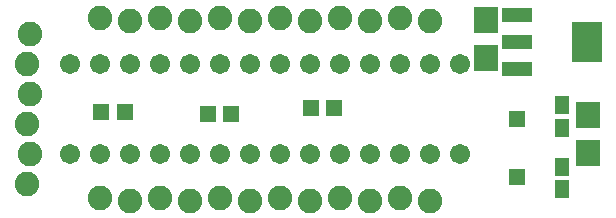
<source format=gts>
G75*
G70*
%OFA0B0*%
%FSLAX24Y24*%
%IPPOS*%
%LPD*%
%AMOC8*
5,1,8,0,0,1.08239X$1,22.5*
%
%ADD10C,0.0671*%
%ADD11R,0.0556X0.0556*%
%ADD12R,0.0986X0.0454*%
%ADD13R,0.0986X0.1360*%
%ADD14C,0.0820*%
%ADD15R,0.0474X0.0592*%
%ADD16R,0.0552X0.0552*%
%ADD17R,0.0789X0.0867*%
D10*
X004387Y005485D03*
X005387Y005485D03*
X006387Y005485D03*
X007387Y005485D03*
X008387Y005485D03*
X009387Y005485D03*
X010387Y005485D03*
X011387Y005485D03*
X012387Y005485D03*
X013387Y005485D03*
X014387Y005485D03*
X015387Y005485D03*
X016387Y005485D03*
X017387Y005485D03*
X017387Y008485D03*
X016387Y008485D03*
X015387Y008485D03*
X014387Y008485D03*
X013387Y008485D03*
X012387Y008485D03*
X011387Y008485D03*
X010387Y008485D03*
X009387Y008485D03*
X008387Y008485D03*
X007387Y008485D03*
X006387Y008485D03*
X005387Y008485D03*
X004387Y008485D03*
D11*
X019287Y006646D03*
X019287Y004724D03*
D12*
X019284Y008321D03*
X019284Y009227D03*
X019284Y010132D03*
D13*
X021607Y009227D03*
D14*
X005387Y004035D03*
X006387Y003935D03*
X007387Y004035D03*
X008387Y003935D03*
X009387Y004035D03*
X010387Y003935D03*
X011387Y004035D03*
X012387Y003935D03*
X013387Y004035D03*
X014387Y003935D03*
X015387Y004035D03*
X016387Y003935D03*
X016387Y009935D03*
X015387Y010035D03*
X014387Y009935D03*
X013387Y010035D03*
X012387Y009935D03*
X011387Y010035D03*
X010387Y009935D03*
X009387Y010035D03*
X008387Y009935D03*
X007387Y010035D03*
X006387Y009935D03*
X005387Y010035D03*
X003037Y009485D03*
X002937Y008485D03*
X003037Y007485D03*
X002937Y006485D03*
X003037Y005485D03*
X002937Y004485D03*
D15*
X020774Y004307D03*
X020774Y005055D03*
X020774Y006354D03*
X020774Y007102D03*
D16*
X013175Y007022D03*
X012388Y007022D03*
X009750Y006810D03*
X008963Y006810D03*
X006207Y006886D03*
X005419Y006886D03*
D17*
X018249Y008690D03*
X018249Y009950D03*
X021641Y006779D03*
X021641Y005520D03*
M02*

</source>
